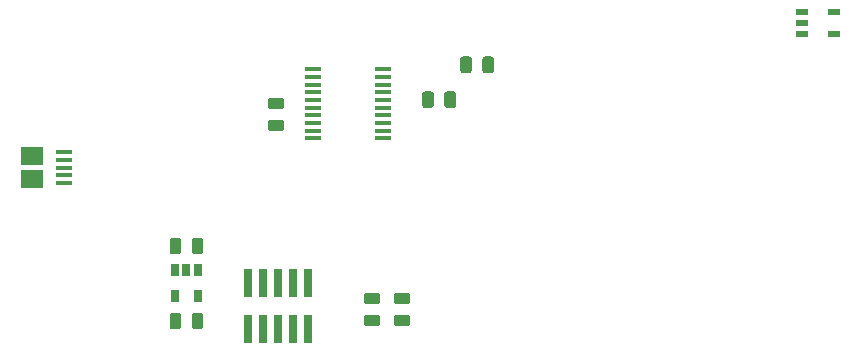
<source format=gbr>
G04 #@! TF.GenerationSoftware,KiCad,Pcbnew,(5.1.5)-3*
G04 #@! TF.CreationDate,2020-06-29T14:28:15-04:00*
G04 #@! TF.ProjectId,V0_Display,56305f44-6973-4706-9c61-792e6b696361,rev?*
G04 #@! TF.SameCoordinates,Original*
G04 #@! TF.FileFunction,Paste,Bot*
G04 #@! TF.FilePolarity,Positive*
%FSLAX46Y46*%
G04 Gerber Fmt 4.6, Leading zero omitted, Abs format (unit mm)*
G04 Created by KiCad (PCBNEW (5.1.5)-3) date 2020-06-29 14:28:15*
%MOMM*%
%LPD*%
G04 APERTURE LIST*
%ADD10R,0.740000X2.400000*%
%ADD11R,1.050000X0.600000*%
%ADD12R,1.450000X0.450000*%
%ADD13R,0.650000X1.060000*%
%ADD14C,0.100000*%
%ADD15R,1.900000X1.500000*%
%ADD16R,1.350000X0.400000*%
G04 APERTURE END LIST*
D10*
X105030000Y-76950000D03*
X105030000Y-80850000D03*
X106300000Y-76950000D03*
X106300000Y-80850000D03*
X107570000Y-76950000D03*
X107570000Y-80850000D03*
X108840000Y-76950000D03*
X108840000Y-80850000D03*
X110110000Y-76950000D03*
X110110000Y-80850000D03*
D11*
X151892000Y-55850000D03*
X151892000Y-54900000D03*
X151892000Y-53950000D03*
X154592000Y-53950000D03*
X154592000Y-55850000D03*
D12*
X110520000Y-58815000D03*
X110520000Y-59465000D03*
X110520000Y-60115000D03*
X110520000Y-60765000D03*
X110520000Y-61415000D03*
X110520000Y-62065000D03*
X110520000Y-62715000D03*
X110520000Y-63365000D03*
X110520000Y-64015000D03*
X110520000Y-64665000D03*
X116420000Y-64665000D03*
X116420000Y-64015000D03*
X116420000Y-63365000D03*
X116420000Y-62715000D03*
X116420000Y-62065000D03*
X116420000Y-61415000D03*
X116420000Y-60765000D03*
X116420000Y-60115000D03*
X116420000Y-59465000D03*
X116420000Y-58815000D03*
D13*
X98825000Y-78055000D03*
X100725000Y-78055000D03*
X100725000Y-75855000D03*
X99775000Y-75855000D03*
X98825000Y-75855000D03*
D14*
G36*
X115970142Y-77738674D02*
G01*
X115993803Y-77742184D01*
X116017007Y-77747996D01*
X116039529Y-77756054D01*
X116061153Y-77766282D01*
X116081670Y-77778579D01*
X116100883Y-77792829D01*
X116118607Y-77808893D01*
X116134671Y-77826617D01*
X116148921Y-77845830D01*
X116161218Y-77866347D01*
X116171446Y-77887971D01*
X116179504Y-77910493D01*
X116185316Y-77933697D01*
X116188826Y-77957358D01*
X116190000Y-77981250D01*
X116190000Y-78468750D01*
X116188826Y-78492642D01*
X116185316Y-78516303D01*
X116179504Y-78539507D01*
X116171446Y-78562029D01*
X116161218Y-78583653D01*
X116148921Y-78604170D01*
X116134671Y-78623383D01*
X116118607Y-78641107D01*
X116100883Y-78657171D01*
X116081670Y-78671421D01*
X116061153Y-78683718D01*
X116039529Y-78693946D01*
X116017007Y-78702004D01*
X115993803Y-78707816D01*
X115970142Y-78711326D01*
X115946250Y-78712500D01*
X115033750Y-78712500D01*
X115009858Y-78711326D01*
X114986197Y-78707816D01*
X114962993Y-78702004D01*
X114940471Y-78693946D01*
X114918847Y-78683718D01*
X114898330Y-78671421D01*
X114879117Y-78657171D01*
X114861393Y-78641107D01*
X114845329Y-78623383D01*
X114831079Y-78604170D01*
X114818782Y-78583653D01*
X114808554Y-78562029D01*
X114800496Y-78539507D01*
X114794684Y-78516303D01*
X114791174Y-78492642D01*
X114790000Y-78468750D01*
X114790000Y-77981250D01*
X114791174Y-77957358D01*
X114794684Y-77933697D01*
X114800496Y-77910493D01*
X114808554Y-77887971D01*
X114818782Y-77866347D01*
X114831079Y-77845830D01*
X114845329Y-77826617D01*
X114861393Y-77808893D01*
X114879117Y-77792829D01*
X114898330Y-77778579D01*
X114918847Y-77766282D01*
X114940471Y-77756054D01*
X114962993Y-77747996D01*
X114986197Y-77742184D01*
X115009858Y-77738674D01*
X115033750Y-77737500D01*
X115946250Y-77737500D01*
X115970142Y-77738674D01*
G37*
G36*
X115970142Y-79613674D02*
G01*
X115993803Y-79617184D01*
X116017007Y-79622996D01*
X116039529Y-79631054D01*
X116061153Y-79641282D01*
X116081670Y-79653579D01*
X116100883Y-79667829D01*
X116118607Y-79683893D01*
X116134671Y-79701617D01*
X116148921Y-79720830D01*
X116161218Y-79741347D01*
X116171446Y-79762971D01*
X116179504Y-79785493D01*
X116185316Y-79808697D01*
X116188826Y-79832358D01*
X116190000Y-79856250D01*
X116190000Y-80343750D01*
X116188826Y-80367642D01*
X116185316Y-80391303D01*
X116179504Y-80414507D01*
X116171446Y-80437029D01*
X116161218Y-80458653D01*
X116148921Y-80479170D01*
X116134671Y-80498383D01*
X116118607Y-80516107D01*
X116100883Y-80532171D01*
X116081670Y-80546421D01*
X116061153Y-80558718D01*
X116039529Y-80568946D01*
X116017007Y-80577004D01*
X115993803Y-80582816D01*
X115970142Y-80586326D01*
X115946250Y-80587500D01*
X115033750Y-80587500D01*
X115009858Y-80586326D01*
X114986197Y-80582816D01*
X114962993Y-80577004D01*
X114940471Y-80568946D01*
X114918847Y-80558718D01*
X114898330Y-80546421D01*
X114879117Y-80532171D01*
X114861393Y-80516107D01*
X114845329Y-80498383D01*
X114831079Y-80479170D01*
X114818782Y-80458653D01*
X114808554Y-80437029D01*
X114800496Y-80414507D01*
X114794684Y-80391303D01*
X114791174Y-80367642D01*
X114790000Y-80343750D01*
X114790000Y-79856250D01*
X114791174Y-79832358D01*
X114794684Y-79808697D01*
X114800496Y-79785493D01*
X114808554Y-79762971D01*
X114818782Y-79741347D01*
X114831079Y-79720830D01*
X114845329Y-79701617D01*
X114861393Y-79683893D01*
X114879117Y-79667829D01*
X114898330Y-79653579D01*
X114918847Y-79641282D01*
X114940471Y-79631054D01*
X114962993Y-79622996D01*
X114986197Y-79617184D01*
X115009858Y-79613674D01*
X115033750Y-79612500D01*
X115946250Y-79612500D01*
X115970142Y-79613674D01*
G37*
G36*
X125597142Y-57739174D02*
G01*
X125620803Y-57742684D01*
X125644007Y-57748496D01*
X125666529Y-57756554D01*
X125688153Y-57766782D01*
X125708670Y-57779079D01*
X125727883Y-57793329D01*
X125745607Y-57809393D01*
X125761671Y-57827117D01*
X125775921Y-57846330D01*
X125788218Y-57866847D01*
X125798446Y-57888471D01*
X125806504Y-57910993D01*
X125812316Y-57934197D01*
X125815826Y-57957858D01*
X125817000Y-57981750D01*
X125817000Y-58894250D01*
X125815826Y-58918142D01*
X125812316Y-58941803D01*
X125806504Y-58965007D01*
X125798446Y-58987529D01*
X125788218Y-59009153D01*
X125775921Y-59029670D01*
X125761671Y-59048883D01*
X125745607Y-59066607D01*
X125727883Y-59082671D01*
X125708670Y-59096921D01*
X125688153Y-59109218D01*
X125666529Y-59119446D01*
X125644007Y-59127504D01*
X125620803Y-59133316D01*
X125597142Y-59136826D01*
X125573250Y-59138000D01*
X125085750Y-59138000D01*
X125061858Y-59136826D01*
X125038197Y-59133316D01*
X125014993Y-59127504D01*
X124992471Y-59119446D01*
X124970847Y-59109218D01*
X124950330Y-59096921D01*
X124931117Y-59082671D01*
X124913393Y-59066607D01*
X124897329Y-59048883D01*
X124883079Y-59029670D01*
X124870782Y-59009153D01*
X124860554Y-58987529D01*
X124852496Y-58965007D01*
X124846684Y-58941803D01*
X124843174Y-58918142D01*
X124842000Y-58894250D01*
X124842000Y-57981750D01*
X124843174Y-57957858D01*
X124846684Y-57934197D01*
X124852496Y-57910993D01*
X124860554Y-57888471D01*
X124870782Y-57866847D01*
X124883079Y-57846330D01*
X124897329Y-57827117D01*
X124913393Y-57809393D01*
X124931117Y-57793329D01*
X124950330Y-57779079D01*
X124970847Y-57766782D01*
X124992471Y-57756554D01*
X125014993Y-57748496D01*
X125038197Y-57742684D01*
X125061858Y-57739174D01*
X125085750Y-57738000D01*
X125573250Y-57738000D01*
X125597142Y-57739174D01*
G37*
G36*
X123722142Y-57739174D02*
G01*
X123745803Y-57742684D01*
X123769007Y-57748496D01*
X123791529Y-57756554D01*
X123813153Y-57766782D01*
X123833670Y-57779079D01*
X123852883Y-57793329D01*
X123870607Y-57809393D01*
X123886671Y-57827117D01*
X123900921Y-57846330D01*
X123913218Y-57866847D01*
X123923446Y-57888471D01*
X123931504Y-57910993D01*
X123937316Y-57934197D01*
X123940826Y-57957858D01*
X123942000Y-57981750D01*
X123942000Y-58894250D01*
X123940826Y-58918142D01*
X123937316Y-58941803D01*
X123931504Y-58965007D01*
X123923446Y-58987529D01*
X123913218Y-59009153D01*
X123900921Y-59029670D01*
X123886671Y-59048883D01*
X123870607Y-59066607D01*
X123852883Y-59082671D01*
X123833670Y-59096921D01*
X123813153Y-59109218D01*
X123791529Y-59119446D01*
X123769007Y-59127504D01*
X123745803Y-59133316D01*
X123722142Y-59136826D01*
X123698250Y-59138000D01*
X123210750Y-59138000D01*
X123186858Y-59136826D01*
X123163197Y-59133316D01*
X123139993Y-59127504D01*
X123117471Y-59119446D01*
X123095847Y-59109218D01*
X123075330Y-59096921D01*
X123056117Y-59082671D01*
X123038393Y-59066607D01*
X123022329Y-59048883D01*
X123008079Y-59029670D01*
X122995782Y-59009153D01*
X122985554Y-58987529D01*
X122977496Y-58965007D01*
X122971684Y-58941803D01*
X122968174Y-58918142D01*
X122967000Y-58894250D01*
X122967000Y-57981750D01*
X122968174Y-57957858D01*
X122971684Y-57934197D01*
X122977496Y-57910993D01*
X122985554Y-57888471D01*
X122995782Y-57866847D01*
X123008079Y-57846330D01*
X123022329Y-57827117D01*
X123038393Y-57809393D01*
X123056117Y-57793329D01*
X123075330Y-57779079D01*
X123095847Y-57766782D01*
X123117471Y-57756554D01*
X123139993Y-57748496D01*
X123163197Y-57742684D01*
X123186858Y-57739174D01*
X123210750Y-57738000D01*
X123698250Y-57738000D01*
X123722142Y-57739174D01*
G37*
G36*
X118510142Y-77738674D02*
G01*
X118533803Y-77742184D01*
X118557007Y-77747996D01*
X118579529Y-77756054D01*
X118601153Y-77766282D01*
X118621670Y-77778579D01*
X118640883Y-77792829D01*
X118658607Y-77808893D01*
X118674671Y-77826617D01*
X118688921Y-77845830D01*
X118701218Y-77866347D01*
X118711446Y-77887971D01*
X118719504Y-77910493D01*
X118725316Y-77933697D01*
X118728826Y-77957358D01*
X118730000Y-77981250D01*
X118730000Y-78468750D01*
X118728826Y-78492642D01*
X118725316Y-78516303D01*
X118719504Y-78539507D01*
X118711446Y-78562029D01*
X118701218Y-78583653D01*
X118688921Y-78604170D01*
X118674671Y-78623383D01*
X118658607Y-78641107D01*
X118640883Y-78657171D01*
X118621670Y-78671421D01*
X118601153Y-78683718D01*
X118579529Y-78693946D01*
X118557007Y-78702004D01*
X118533803Y-78707816D01*
X118510142Y-78711326D01*
X118486250Y-78712500D01*
X117573750Y-78712500D01*
X117549858Y-78711326D01*
X117526197Y-78707816D01*
X117502993Y-78702004D01*
X117480471Y-78693946D01*
X117458847Y-78683718D01*
X117438330Y-78671421D01*
X117419117Y-78657171D01*
X117401393Y-78641107D01*
X117385329Y-78623383D01*
X117371079Y-78604170D01*
X117358782Y-78583653D01*
X117348554Y-78562029D01*
X117340496Y-78539507D01*
X117334684Y-78516303D01*
X117331174Y-78492642D01*
X117330000Y-78468750D01*
X117330000Y-77981250D01*
X117331174Y-77957358D01*
X117334684Y-77933697D01*
X117340496Y-77910493D01*
X117348554Y-77887971D01*
X117358782Y-77866347D01*
X117371079Y-77845830D01*
X117385329Y-77826617D01*
X117401393Y-77808893D01*
X117419117Y-77792829D01*
X117438330Y-77778579D01*
X117458847Y-77766282D01*
X117480471Y-77756054D01*
X117502993Y-77747996D01*
X117526197Y-77742184D01*
X117549858Y-77738674D01*
X117573750Y-77737500D01*
X118486250Y-77737500D01*
X118510142Y-77738674D01*
G37*
G36*
X118510142Y-79613674D02*
G01*
X118533803Y-79617184D01*
X118557007Y-79622996D01*
X118579529Y-79631054D01*
X118601153Y-79641282D01*
X118621670Y-79653579D01*
X118640883Y-79667829D01*
X118658607Y-79683893D01*
X118674671Y-79701617D01*
X118688921Y-79720830D01*
X118701218Y-79741347D01*
X118711446Y-79762971D01*
X118719504Y-79785493D01*
X118725316Y-79808697D01*
X118728826Y-79832358D01*
X118730000Y-79856250D01*
X118730000Y-80343750D01*
X118728826Y-80367642D01*
X118725316Y-80391303D01*
X118719504Y-80414507D01*
X118711446Y-80437029D01*
X118701218Y-80458653D01*
X118688921Y-80479170D01*
X118674671Y-80498383D01*
X118658607Y-80516107D01*
X118640883Y-80532171D01*
X118621670Y-80546421D01*
X118601153Y-80558718D01*
X118579529Y-80568946D01*
X118557007Y-80577004D01*
X118533803Y-80582816D01*
X118510142Y-80586326D01*
X118486250Y-80587500D01*
X117573750Y-80587500D01*
X117549858Y-80586326D01*
X117526197Y-80582816D01*
X117502993Y-80577004D01*
X117480471Y-80568946D01*
X117458847Y-80558718D01*
X117438330Y-80546421D01*
X117419117Y-80532171D01*
X117401393Y-80516107D01*
X117385329Y-80498383D01*
X117371079Y-80479170D01*
X117358782Y-80458653D01*
X117348554Y-80437029D01*
X117340496Y-80414507D01*
X117334684Y-80391303D01*
X117331174Y-80367642D01*
X117330000Y-80343750D01*
X117330000Y-79856250D01*
X117331174Y-79832358D01*
X117334684Y-79808697D01*
X117340496Y-79785493D01*
X117348554Y-79762971D01*
X117358782Y-79741347D01*
X117371079Y-79720830D01*
X117385329Y-79701617D01*
X117401393Y-79683893D01*
X117419117Y-79667829D01*
X117438330Y-79653579D01*
X117458847Y-79641282D01*
X117480471Y-79631054D01*
X117502993Y-79622996D01*
X117526197Y-79617184D01*
X117549858Y-79613674D01*
X117573750Y-79612500D01*
X118486250Y-79612500D01*
X118510142Y-79613674D01*
G37*
D15*
X86682500Y-68150000D03*
D16*
X89382500Y-67150000D03*
X89382500Y-66500000D03*
X89382500Y-65850000D03*
X89382500Y-68450000D03*
X89382500Y-67800000D03*
D15*
X86682500Y-66150000D03*
D14*
G36*
X122375142Y-60701174D02*
G01*
X122398803Y-60704684D01*
X122422007Y-60710496D01*
X122444529Y-60718554D01*
X122466153Y-60728782D01*
X122486670Y-60741079D01*
X122505883Y-60755329D01*
X122523607Y-60771393D01*
X122539671Y-60789117D01*
X122553921Y-60808330D01*
X122566218Y-60828847D01*
X122576446Y-60850471D01*
X122584504Y-60872993D01*
X122590316Y-60896197D01*
X122593826Y-60919858D01*
X122595000Y-60943750D01*
X122595000Y-61856250D01*
X122593826Y-61880142D01*
X122590316Y-61903803D01*
X122584504Y-61927007D01*
X122576446Y-61949529D01*
X122566218Y-61971153D01*
X122553921Y-61991670D01*
X122539671Y-62010883D01*
X122523607Y-62028607D01*
X122505883Y-62044671D01*
X122486670Y-62058921D01*
X122466153Y-62071218D01*
X122444529Y-62081446D01*
X122422007Y-62089504D01*
X122398803Y-62095316D01*
X122375142Y-62098826D01*
X122351250Y-62100000D01*
X121863750Y-62100000D01*
X121839858Y-62098826D01*
X121816197Y-62095316D01*
X121792993Y-62089504D01*
X121770471Y-62081446D01*
X121748847Y-62071218D01*
X121728330Y-62058921D01*
X121709117Y-62044671D01*
X121691393Y-62028607D01*
X121675329Y-62010883D01*
X121661079Y-61991670D01*
X121648782Y-61971153D01*
X121638554Y-61949529D01*
X121630496Y-61927007D01*
X121624684Y-61903803D01*
X121621174Y-61880142D01*
X121620000Y-61856250D01*
X121620000Y-60943750D01*
X121621174Y-60919858D01*
X121624684Y-60896197D01*
X121630496Y-60872993D01*
X121638554Y-60850471D01*
X121648782Y-60828847D01*
X121661079Y-60808330D01*
X121675329Y-60789117D01*
X121691393Y-60771393D01*
X121709117Y-60755329D01*
X121728330Y-60741079D01*
X121748847Y-60728782D01*
X121770471Y-60718554D01*
X121792993Y-60710496D01*
X121816197Y-60704684D01*
X121839858Y-60701174D01*
X121863750Y-60700000D01*
X122351250Y-60700000D01*
X122375142Y-60701174D01*
G37*
G36*
X120500142Y-60701174D02*
G01*
X120523803Y-60704684D01*
X120547007Y-60710496D01*
X120569529Y-60718554D01*
X120591153Y-60728782D01*
X120611670Y-60741079D01*
X120630883Y-60755329D01*
X120648607Y-60771393D01*
X120664671Y-60789117D01*
X120678921Y-60808330D01*
X120691218Y-60828847D01*
X120701446Y-60850471D01*
X120709504Y-60872993D01*
X120715316Y-60896197D01*
X120718826Y-60919858D01*
X120720000Y-60943750D01*
X120720000Y-61856250D01*
X120718826Y-61880142D01*
X120715316Y-61903803D01*
X120709504Y-61927007D01*
X120701446Y-61949529D01*
X120691218Y-61971153D01*
X120678921Y-61991670D01*
X120664671Y-62010883D01*
X120648607Y-62028607D01*
X120630883Y-62044671D01*
X120611670Y-62058921D01*
X120591153Y-62071218D01*
X120569529Y-62081446D01*
X120547007Y-62089504D01*
X120523803Y-62095316D01*
X120500142Y-62098826D01*
X120476250Y-62100000D01*
X119988750Y-62100000D01*
X119964858Y-62098826D01*
X119941197Y-62095316D01*
X119917993Y-62089504D01*
X119895471Y-62081446D01*
X119873847Y-62071218D01*
X119853330Y-62058921D01*
X119834117Y-62044671D01*
X119816393Y-62028607D01*
X119800329Y-62010883D01*
X119786079Y-61991670D01*
X119773782Y-61971153D01*
X119763554Y-61949529D01*
X119755496Y-61927007D01*
X119749684Y-61903803D01*
X119746174Y-61880142D01*
X119745000Y-61856250D01*
X119745000Y-60943750D01*
X119746174Y-60919858D01*
X119749684Y-60896197D01*
X119755496Y-60872993D01*
X119763554Y-60850471D01*
X119773782Y-60828847D01*
X119786079Y-60808330D01*
X119800329Y-60789117D01*
X119816393Y-60771393D01*
X119834117Y-60755329D01*
X119853330Y-60741079D01*
X119873847Y-60728782D01*
X119895471Y-60718554D01*
X119917993Y-60710496D01*
X119941197Y-60704684D01*
X119964858Y-60701174D01*
X119988750Y-60700000D01*
X120476250Y-60700000D01*
X120500142Y-60701174D01*
G37*
G36*
X107850142Y-61228674D02*
G01*
X107873803Y-61232184D01*
X107897007Y-61237996D01*
X107919529Y-61246054D01*
X107941153Y-61256282D01*
X107961670Y-61268579D01*
X107980883Y-61282829D01*
X107998607Y-61298893D01*
X108014671Y-61316617D01*
X108028921Y-61335830D01*
X108041218Y-61356347D01*
X108051446Y-61377971D01*
X108059504Y-61400493D01*
X108065316Y-61423697D01*
X108068826Y-61447358D01*
X108070000Y-61471250D01*
X108070000Y-61958750D01*
X108068826Y-61982642D01*
X108065316Y-62006303D01*
X108059504Y-62029507D01*
X108051446Y-62052029D01*
X108041218Y-62073653D01*
X108028921Y-62094170D01*
X108014671Y-62113383D01*
X107998607Y-62131107D01*
X107980883Y-62147171D01*
X107961670Y-62161421D01*
X107941153Y-62173718D01*
X107919529Y-62183946D01*
X107897007Y-62192004D01*
X107873803Y-62197816D01*
X107850142Y-62201326D01*
X107826250Y-62202500D01*
X106913750Y-62202500D01*
X106889858Y-62201326D01*
X106866197Y-62197816D01*
X106842993Y-62192004D01*
X106820471Y-62183946D01*
X106798847Y-62173718D01*
X106778330Y-62161421D01*
X106759117Y-62147171D01*
X106741393Y-62131107D01*
X106725329Y-62113383D01*
X106711079Y-62094170D01*
X106698782Y-62073653D01*
X106688554Y-62052029D01*
X106680496Y-62029507D01*
X106674684Y-62006303D01*
X106671174Y-61982642D01*
X106670000Y-61958750D01*
X106670000Y-61471250D01*
X106671174Y-61447358D01*
X106674684Y-61423697D01*
X106680496Y-61400493D01*
X106688554Y-61377971D01*
X106698782Y-61356347D01*
X106711079Y-61335830D01*
X106725329Y-61316617D01*
X106741393Y-61298893D01*
X106759117Y-61282829D01*
X106778330Y-61268579D01*
X106798847Y-61256282D01*
X106820471Y-61246054D01*
X106842993Y-61237996D01*
X106866197Y-61232184D01*
X106889858Y-61228674D01*
X106913750Y-61227500D01*
X107826250Y-61227500D01*
X107850142Y-61228674D01*
G37*
G36*
X107850142Y-63103674D02*
G01*
X107873803Y-63107184D01*
X107897007Y-63112996D01*
X107919529Y-63121054D01*
X107941153Y-63131282D01*
X107961670Y-63143579D01*
X107980883Y-63157829D01*
X107998607Y-63173893D01*
X108014671Y-63191617D01*
X108028921Y-63210830D01*
X108041218Y-63231347D01*
X108051446Y-63252971D01*
X108059504Y-63275493D01*
X108065316Y-63298697D01*
X108068826Y-63322358D01*
X108070000Y-63346250D01*
X108070000Y-63833750D01*
X108068826Y-63857642D01*
X108065316Y-63881303D01*
X108059504Y-63904507D01*
X108051446Y-63927029D01*
X108041218Y-63948653D01*
X108028921Y-63969170D01*
X108014671Y-63988383D01*
X107998607Y-64006107D01*
X107980883Y-64022171D01*
X107961670Y-64036421D01*
X107941153Y-64048718D01*
X107919529Y-64058946D01*
X107897007Y-64067004D01*
X107873803Y-64072816D01*
X107850142Y-64076326D01*
X107826250Y-64077500D01*
X106913750Y-64077500D01*
X106889858Y-64076326D01*
X106866197Y-64072816D01*
X106842993Y-64067004D01*
X106820471Y-64058946D01*
X106798847Y-64048718D01*
X106778330Y-64036421D01*
X106759117Y-64022171D01*
X106741393Y-64006107D01*
X106725329Y-63988383D01*
X106711079Y-63969170D01*
X106698782Y-63948653D01*
X106688554Y-63927029D01*
X106680496Y-63904507D01*
X106674684Y-63881303D01*
X106671174Y-63857642D01*
X106670000Y-63833750D01*
X106670000Y-63346250D01*
X106671174Y-63322358D01*
X106674684Y-63298697D01*
X106680496Y-63275493D01*
X106688554Y-63252971D01*
X106698782Y-63231347D01*
X106711079Y-63210830D01*
X106725329Y-63191617D01*
X106741393Y-63173893D01*
X106759117Y-63157829D01*
X106778330Y-63143579D01*
X106798847Y-63131282D01*
X106820471Y-63121054D01*
X106842993Y-63112996D01*
X106866197Y-63107184D01*
X106889858Y-63103674D01*
X106913750Y-63102500D01*
X107826250Y-63102500D01*
X107850142Y-63103674D01*
G37*
G36*
X100980142Y-79431174D02*
G01*
X101003803Y-79434684D01*
X101027007Y-79440496D01*
X101049529Y-79448554D01*
X101071153Y-79458782D01*
X101091670Y-79471079D01*
X101110883Y-79485329D01*
X101128607Y-79501393D01*
X101144671Y-79519117D01*
X101158921Y-79538330D01*
X101171218Y-79558847D01*
X101181446Y-79580471D01*
X101189504Y-79602993D01*
X101195316Y-79626197D01*
X101198826Y-79649858D01*
X101200000Y-79673750D01*
X101200000Y-80586250D01*
X101198826Y-80610142D01*
X101195316Y-80633803D01*
X101189504Y-80657007D01*
X101181446Y-80679529D01*
X101171218Y-80701153D01*
X101158921Y-80721670D01*
X101144671Y-80740883D01*
X101128607Y-80758607D01*
X101110883Y-80774671D01*
X101091670Y-80788921D01*
X101071153Y-80801218D01*
X101049529Y-80811446D01*
X101027007Y-80819504D01*
X101003803Y-80825316D01*
X100980142Y-80828826D01*
X100956250Y-80830000D01*
X100468750Y-80830000D01*
X100444858Y-80828826D01*
X100421197Y-80825316D01*
X100397993Y-80819504D01*
X100375471Y-80811446D01*
X100353847Y-80801218D01*
X100333330Y-80788921D01*
X100314117Y-80774671D01*
X100296393Y-80758607D01*
X100280329Y-80740883D01*
X100266079Y-80721670D01*
X100253782Y-80701153D01*
X100243554Y-80679529D01*
X100235496Y-80657007D01*
X100229684Y-80633803D01*
X100226174Y-80610142D01*
X100225000Y-80586250D01*
X100225000Y-79673750D01*
X100226174Y-79649858D01*
X100229684Y-79626197D01*
X100235496Y-79602993D01*
X100243554Y-79580471D01*
X100253782Y-79558847D01*
X100266079Y-79538330D01*
X100280329Y-79519117D01*
X100296393Y-79501393D01*
X100314117Y-79485329D01*
X100333330Y-79471079D01*
X100353847Y-79458782D01*
X100375471Y-79448554D01*
X100397993Y-79440496D01*
X100421197Y-79434684D01*
X100444858Y-79431174D01*
X100468750Y-79430000D01*
X100956250Y-79430000D01*
X100980142Y-79431174D01*
G37*
G36*
X99105142Y-79431174D02*
G01*
X99128803Y-79434684D01*
X99152007Y-79440496D01*
X99174529Y-79448554D01*
X99196153Y-79458782D01*
X99216670Y-79471079D01*
X99235883Y-79485329D01*
X99253607Y-79501393D01*
X99269671Y-79519117D01*
X99283921Y-79538330D01*
X99296218Y-79558847D01*
X99306446Y-79580471D01*
X99314504Y-79602993D01*
X99320316Y-79626197D01*
X99323826Y-79649858D01*
X99325000Y-79673750D01*
X99325000Y-80586250D01*
X99323826Y-80610142D01*
X99320316Y-80633803D01*
X99314504Y-80657007D01*
X99306446Y-80679529D01*
X99296218Y-80701153D01*
X99283921Y-80721670D01*
X99269671Y-80740883D01*
X99253607Y-80758607D01*
X99235883Y-80774671D01*
X99216670Y-80788921D01*
X99196153Y-80801218D01*
X99174529Y-80811446D01*
X99152007Y-80819504D01*
X99128803Y-80825316D01*
X99105142Y-80828826D01*
X99081250Y-80830000D01*
X98593750Y-80830000D01*
X98569858Y-80828826D01*
X98546197Y-80825316D01*
X98522993Y-80819504D01*
X98500471Y-80811446D01*
X98478847Y-80801218D01*
X98458330Y-80788921D01*
X98439117Y-80774671D01*
X98421393Y-80758607D01*
X98405329Y-80740883D01*
X98391079Y-80721670D01*
X98378782Y-80701153D01*
X98368554Y-80679529D01*
X98360496Y-80657007D01*
X98354684Y-80633803D01*
X98351174Y-80610142D01*
X98350000Y-80586250D01*
X98350000Y-79673750D01*
X98351174Y-79649858D01*
X98354684Y-79626197D01*
X98360496Y-79602993D01*
X98368554Y-79580471D01*
X98378782Y-79558847D01*
X98391079Y-79538330D01*
X98405329Y-79519117D01*
X98421393Y-79501393D01*
X98439117Y-79485329D01*
X98458330Y-79471079D01*
X98478847Y-79458782D01*
X98500471Y-79448554D01*
X98522993Y-79440496D01*
X98546197Y-79434684D01*
X98569858Y-79431174D01*
X98593750Y-79430000D01*
X99081250Y-79430000D01*
X99105142Y-79431174D01*
G37*
G36*
X100980142Y-73081174D02*
G01*
X101003803Y-73084684D01*
X101027007Y-73090496D01*
X101049529Y-73098554D01*
X101071153Y-73108782D01*
X101091670Y-73121079D01*
X101110883Y-73135329D01*
X101128607Y-73151393D01*
X101144671Y-73169117D01*
X101158921Y-73188330D01*
X101171218Y-73208847D01*
X101181446Y-73230471D01*
X101189504Y-73252993D01*
X101195316Y-73276197D01*
X101198826Y-73299858D01*
X101200000Y-73323750D01*
X101200000Y-74236250D01*
X101198826Y-74260142D01*
X101195316Y-74283803D01*
X101189504Y-74307007D01*
X101181446Y-74329529D01*
X101171218Y-74351153D01*
X101158921Y-74371670D01*
X101144671Y-74390883D01*
X101128607Y-74408607D01*
X101110883Y-74424671D01*
X101091670Y-74438921D01*
X101071153Y-74451218D01*
X101049529Y-74461446D01*
X101027007Y-74469504D01*
X101003803Y-74475316D01*
X100980142Y-74478826D01*
X100956250Y-74480000D01*
X100468750Y-74480000D01*
X100444858Y-74478826D01*
X100421197Y-74475316D01*
X100397993Y-74469504D01*
X100375471Y-74461446D01*
X100353847Y-74451218D01*
X100333330Y-74438921D01*
X100314117Y-74424671D01*
X100296393Y-74408607D01*
X100280329Y-74390883D01*
X100266079Y-74371670D01*
X100253782Y-74351153D01*
X100243554Y-74329529D01*
X100235496Y-74307007D01*
X100229684Y-74283803D01*
X100226174Y-74260142D01*
X100225000Y-74236250D01*
X100225000Y-73323750D01*
X100226174Y-73299858D01*
X100229684Y-73276197D01*
X100235496Y-73252993D01*
X100243554Y-73230471D01*
X100253782Y-73208847D01*
X100266079Y-73188330D01*
X100280329Y-73169117D01*
X100296393Y-73151393D01*
X100314117Y-73135329D01*
X100333330Y-73121079D01*
X100353847Y-73108782D01*
X100375471Y-73098554D01*
X100397993Y-73090496D01*
X100421197Y-73084684D01*
X100444858Y-73081174D01*
X100468750Y-73080000D01*
X100956250Y-73080000D01*
X100980142Y-73081174D01*
G37*
G36*
X99105142Y-73081174D02*
G01*
X99128803Y-73084684D01*
X99152007Y-73090496D01*
X99174529Y-73098554D01*
X99196153Y-73108782D01*
X99216670Y-73121079D01*
X99235883Y-73135329D01*
X99253607Y-73151393D01*
X99269671Y-73169117D01*
X99283921Y-73188330D01*
X99296218Y-73208847D01*
X99306446Y-73230471D01*
X99314504Y-73252993D01*
X99320316Y-73276197D01*
X99323826Y-73299858D01*
X99325000Y-73323750D01*
X99325000Y-74236250D01*
X99323826Y-74260142D01*
X99320316Y-74283803D01*
X99314504Y-74307007D01*
X99306446Y-74329529D01*
X99296218Y-74351153D01*
X99283921Y-74371670D01*
X99269671Y-74390883D01*
X99253607Y-74408607D01*
X99235883Y-74424671D01*
X99216670Y-74438921D01*
X99196153Y-74451218D01*
X99174529Y-74461446D01*
X99152007Y-74469504D01*
X99128803Y-74475316D01*
X99105142Y-74478826D01*
X99081250Y-74480000D01*
X98593750Y-74480000D01*
X98569858Y-74478826D01*
X98546197Y-74475316D01*
X98522993Y-74469504D01*
X98500471Y-74461446D01*
X98478847Y-74451218D01*
X98458330Y-74438921D01*
X98439117Y-74424671D01*
X98421393Y-74408607D01*
X98405329Y-74390883D01*
X98391079Y-74371670D01*
X98378782Y-74351153D01*
X98368554Y-74329529D01*
X98360496Y-74307007D01*
X98354684Y-74283803D01*
X98351174Y-74260142D01*
X98350000Y-74236250D01*
X98350000Y-73323750D01*
X98351174Y-73299858D01*
X98354684Y-73276197D01*
X98360496Y-73252993D01*
X98368554Y-73230471D01*
X98378782Y-73208847D01*
X98391079Y-73188330D01*
X98405329Y-73169117D01*
X98421393Y-73151393D01*
X98439117Y-73135329D01*
X98458330Y-73121079D01*
X98478847Y-73108782D01*
X98500471Y-73098554D01*
X98522993Y-73090496D01*
X98546197Y-73084684D01*
X98569858Y-73081174D01*
X98593750Y-73080000D01*
X99081250Y-73080000D01*
X99105142Y-73081174D01*
G37*
M02*

</source>
